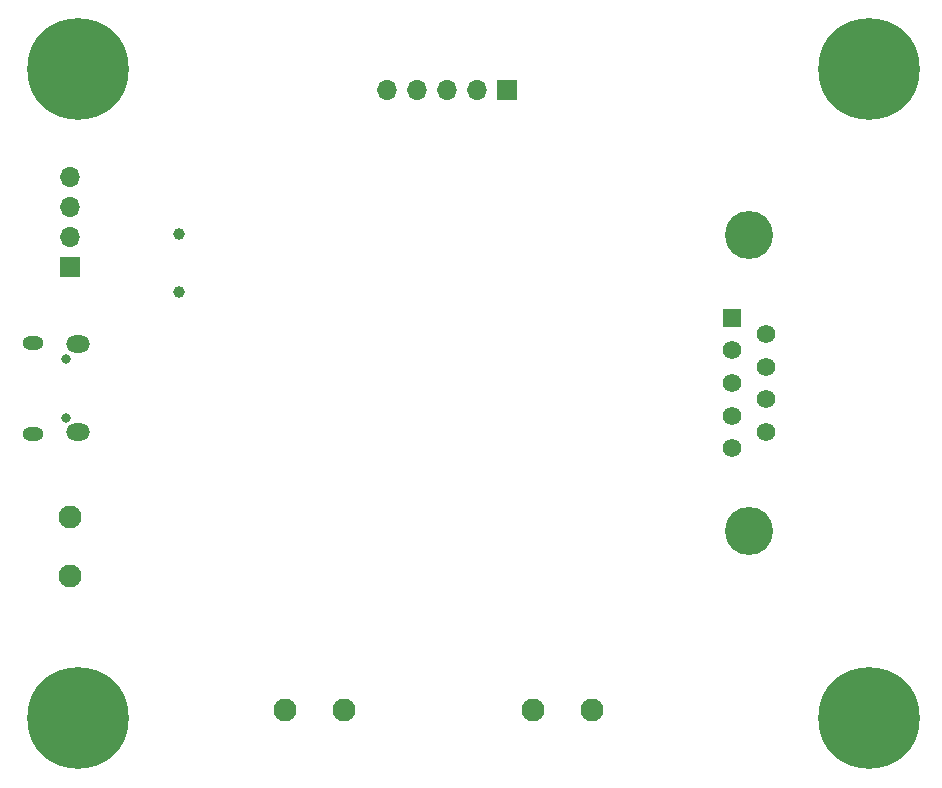
<source format=gbr>
%TF.GenerationSoftware,KiCad,Pcbnew,9.0.0*%
%TF.CreationDate,2025-05-02T19:21:32+02:00*%
%TF.ProjectId,PIC_GATE_LOCK_SYSTEM,5049435f-4741-4544-955f-4c4f434b5f53,rev?*%
%TF.SameCoordinates,Original*%
%TF.FileFunction,Soldermask,Bot*%
%TF.FilePolarity,Negative*%
%FSLAX46Y46*%
G04 Gerber Fmt 4.6, Leading zero omitted, Abs format (unit mm)*
G04 Created by KiCad (PCBNEW 9.0.0) date 2025-05-02 19:21:32*
%MOMM*%
%LPD*%
G01*
G04 APERTURE LIST*
%ADD10R,1.700000X1.700000*%
%ADD11O,1.700000X1.700000*%
%ADD12C,1.950000*%
%ADD13R,1.575000X1.575000*%
%ADD14C,1.575000*%
%ADD15C,4.066000*%
%ADD16C,0.900000*%
%ADD17C,8.600000*%
%ADD18O,0.800000X0.800000*%
%ADD19O,1.800000X1.150000*%
%ADD20O,2.000000X1.450000*%
%ADD21C,1.007000*%
G04 APERTURE END LIST*
D10*
%TO.C,J2*%
X140650000Y-76800000D03*
D11*
X138110000Y-76800000D03*
X135570000Y-76800000D03*
X133030000Y-76800000D03*
X130490000Y-76800000D03*
%TD*%
D12*
%TO.C,M2*%
X121850000Y-129250000D03*
X126850000Y-129250000D03*
%TD*%
D13*
%TO.C,J3*%
X159680000Y-96045000D03*
D14*
X159680000Y-98815000D03*
X159680000Y-101585000D03*
X159680000Y-104355000D03*
X159680000Y-107125000D03*
X162520000Y-97430000D03*
X162520000Y-100200000D03*
X162520000Y-102970000D03*
X162520000Y-105740000D03*
D15*
X161100000Y-114080000D03*
X161100000Y-89090000D03*
%TD*%
D12*
%TO.C,M1*%
X142850000Y-129250000D03*
X147850000Y-129250000D03*
%TD*%
D16*
%TO.C,H2*%
X101115419Y-75010419D03*
X102060000Y-72730000D03*
X102060000Y-77290838D03*
X104340419Y-71785419D03*
D17*
X104340419Y-75010419D03*
D16*
X104340419Y-78235419D03*
X106620838Y-72730000D03*
X106620838Y-77290838D03*
X107565419Y-75010419D03*
%TD*%
D12*
%TO.C,12V1*%
X103650000Y-112930000D03*
X103650000Y-117930000D03*
%TD*%
D16*
%TO.C,H4*%
X168055000Y-129985000D03*
X168999581Y-127704581D03*
X168999581Y-132265419D03*
X171280000Y-126760000D03*
D17*
X171280000Y-129985000D03*
D16*
X171280000Y-133210000D03*
X173560419Y-127704581D03*
X173560419Y-132265419D03*
X174505000Y-129985000D03*
%TD*%
%TO.C,H1*%
X168055000Y-75010419D03*
X168999581Y-72730000D03*
X168999581Y-77290838D03*
X171280000Y-71785419D03*
D17*
X171280000Y-75010419D03*
D16*
X171280000Y-78235419D03*
X173560419Y-72730000D03*
X173560419Y-77290838D03*
X174505000Y-75010419D03*
%TD*%
D10*
%TO.C,J4*%
X103620000Y-91750000D03*
D11*
X103620000Y-89210000D03*
X103620000Y-86670000D03*
X103620000Y-84130000D03*
%TD*%
D18*
%TO.C,J1*%
X103255000Y-99540000D03*
X103255000Y-104540000D03*
D19*
X100505000Y-98165000D03*
D20*
X104305000Y-98315000D03*
X104305000Y-105765000D03*
D19*
X100505000Y-105915000D03*
%TD*%
D16*
%TO.C,H3*%
X101115419Y-129985000D03*
X102060000Y-127704581D03*
X102060000Y-132265419D03*
X104340419Y-126760000D03*
D17*
X104340419Y-129985000D03*
D16*
X104340419Y-133210000D03*
X106620838Y-127704581D03*
X106620838Y-132265419D03*
X107565419Y-129985000D03*
%TD*%
D21*
%TO.C,Y1*%
X112835000Y-93867500D03*
X112835000Y-88987500D03*
%TD*%
M02*

</source>
